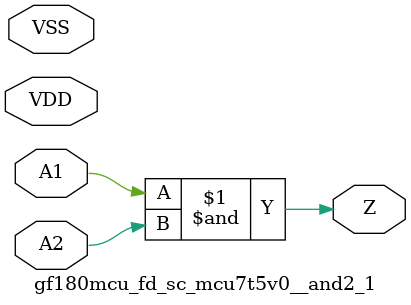
<source format=v>

module gf180mcu_fd_sc_mcu7t5v0__and2_1( A1, A2, Z, VDD, VSS );
input A1, A2;
inout VDD, VSS;
output Z;

	and MGM_BG_0( Z, A1, A2 );

endmodule

</source>
